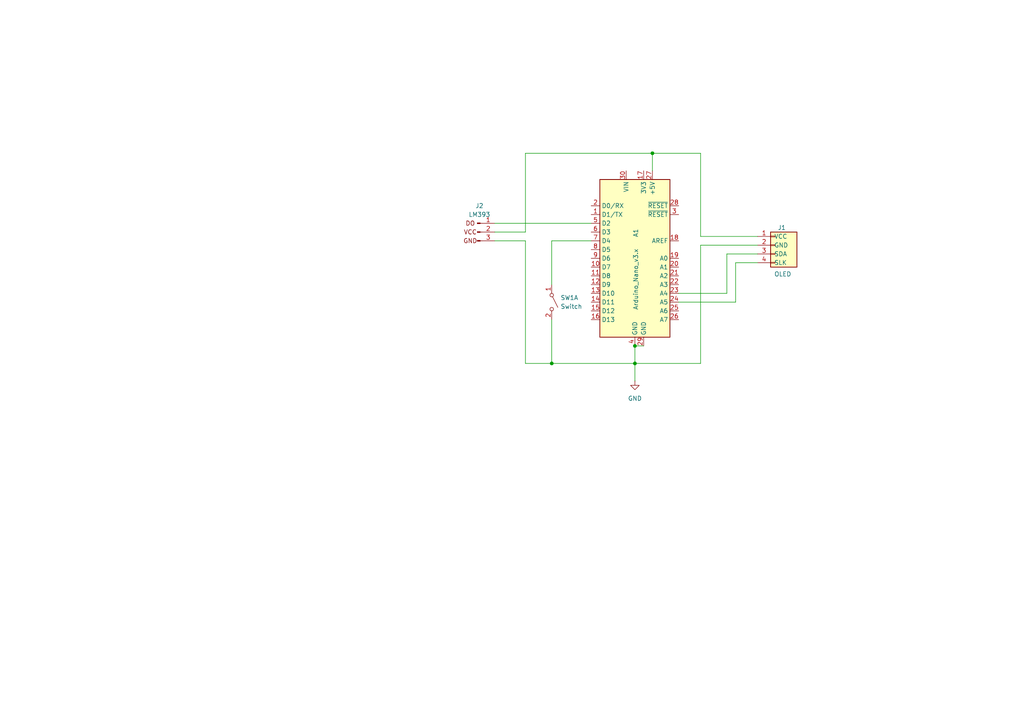
<source format=kicad_sch>
(kicad_sch (version 20250114) (generator "eeschema") (generator_version "9.0")
  (paper "A4")
  (lib_symbols
    (symbol "Connector:Conn_01x03_Pin" (pin_names (offset 1.016) (hide yes))
      (property "Reference" "J2" (at 0.635 7.62 0))
      (property "Value" "LM393" (at 0.635 5.08 0))
      (symbol "Conn_01x03_Pin_1_1"
        (rectangle (start 0.8636 2.667) (end 0 2.413) (stroke (width 0.1524)) (fill (type outline)))
        (rectangle (start 0.8636 0.127) (end 0 -0.127) (stroke (width 0.1524)) (fill (type outline)))
        (rectangle (start 0.8636 -2.413) (end 0 -2.667) (stroke (width 0.1524)) (fill (type outline)))
        (polyline (pts (xy 1.27 2.54) (xy 0.8636 2.54)) (stroke (width 0.1524)))
        (polyline (pts (xy 1.27 0) (xy 0.8636 0)) (stroke (width 0.1524)))
        (polyline (pts (xy 1.27 -2.54) (xy 0.8636 -2.54)) (stroke (width 0.1524)))
        (text "DO" (at -2.032 2.54 0) (effects (font (size 1.27 1.27))))
        (text "VCC" (at -2.032 0 0) (effects (font (size 1.27 1.27))))
        (text "GND" (at -2.032 -2.54 0) (effects (font (size 1.27 1.27))))
        (pin passive line (at 5.08 2.54 180) (length 3.81) (name "Pin_1") (number "1"))
        (pin passive line (at 5.08 0 180) (length 3.81) (name "Pin_2") (number "2"))
        (pin passive line (at 5.08 -2.54 180) (length 3.81) (name "Pin_3") (number "3"))
      )
    )
    (symbol "Connector_Generic:Conn_01x04" (pin_names (offset 1.016))
      (property "Reference" "J1" (at 0.762 5.08 0))
      (property "Value" "OLED" (at -0.254 -8.382 0))
      (symbol "Conn_01x04_1_1"
        (rectangle (start -1.27 3.81) (end 6.35 -6.35) (stroke (width 0.254)) (fill (type background)))
        (rectangle (start -1.27 2.667) (end 0 2.413) (stroke (width 0.1524)))
        (rectangle (start -1.27 0.127) (end 0 -0.127) (stroke (width 0.1524)))
        (rectangle (start -1.27 -2.413) (end 0 -2.667) (stroke (width 0.1524)))
        (rectangle (start -1.27 -4.953) (end 0 -5.207) (stroke (width 0.1524)))
        (pin input line (at -5.08 2.54 0) (length 3.81) (name "VCC") (number "1"))
        (pin input line (at -5.08 0 0) (length 3.81) (name "GND") (number "2"))
        (pin bidirectional line (at -5.08 -2.54 0) (length 3.81) (name "SDA") (number "3"))
        (pin bidirectional line (at -5.08 -5.08 0) (length 3.81) (name "SLK") (number "4"))
      )
    )
    (symbol "MCU_Module:Arduino_Nano_v3.x"
      (property "Reference" "A" (at -10.16 23.495 0))
      (property "Value" "Arduino_Nano_v3.x" (at 5.08 -24.13 0))
      (symbol "Arduino_Nano_v3.x_0_1"
        (rectangle (start -10.16 22.86) (end 10.16 -22.86) (stroke (width 0.254)) (fill (type background)))
      )
      (symbol "Arduino_Nano_v3.x_1_1"
        (pin bidirectional line (at -12.7 15.24 0) (length 2.54) (name "D0/RX") (number "2"))
        (pin bidirectional line (at -12.7 12.7 0) (length 2.54) (name "D1/TX") (number "1"))
        (pin bidirectional line (at -12.7 10.16 0) (length 2.54) (name "D2") (number "5"))
        (pin bidirectional line (at -12.7 7.62 0) (length 2.54) (name "D3") (number "6"))
        (pin bidirectional line (at -12.7 5.08 0) (length 2.54) (name "D4") (number "7"))
        (pin bidirectional line (at -12.7 2.54 0) (length 2.54) (name "D5") (number "8"))
        (pin bidirectional line (at -12.7 0 0) (length 2.54) (name "D6") (number "9"))
        (pin bidirectional line (at -12.7 -2.54 0) (length 2.54) (name "D7") (number "10"))
        (pin bidirectional line (at -12.7 -5.08 0) (length 2.54) (name "D8") (number "11"))
        (pin bidirectional line (at -12.7 -7.62 0) (length 2.54) (name "D9") (number "12"))
        (pin bidirectional line (at -12.7 -10.16 0) (length 2.54) (name "D10") (number "13"))
        (pin bidirectional line (at -12.7 -12.7 0) (length 2.54) (name "D11") (number "14"))
        (pin bidirectional line (at -12.7 -15.24 0) (length 2.54) (name "D12") (number "15"))
        (pin bidirectional line (at -12.7 -17.78 0) (length 2.54) (name "D13") (number "16"))
        (pin power_in line (at -2.54 25.4 270) (length 2.54) (name "VIN") (number "30"))
        (pin power_in line (at 0 -25.4 90) (length 2.54) (name "GND") (number "4"))
        (pin power_out line (at 2.54 25.4 270) (length 2.54) (name "3V3") (number "17"))
        (pin power_in line (at 2.54 -25.4 90) (length 2.54) (name "GND") (number "29"))
        (pin power_out line (at 5.08 25.4 270) (length 2.54) (name "+5V") (number "27"))
        (pin input line (at 12.7 15.24 180) (length 2.54) (name "~{RESET}") (number "28"))
        (pin input line (at 12.7 12.7 180) (length 2.54) (name "~{RESET}") (number "3"))
        (pin input line (at 12.7 5.08 180) (length 2.54) (name "AREF") (number "18"))
        (pin bidirectional line (at 12.7 0 180) (length 2.54) (name "A0") (number "19"))
        (pin bidirectional line (at 12.7 -2.54 180) (length 2.54) (name "A1") (number "20"))
        (pin bidirectional line (at 12.7 -5.08 180) (length 2.54) (name "A2") (number "21"))
        (pin bidirectional line (at 12.7 -7.62 180) (length 2.54) (name "A3") (number "22"))
        (pin bidirectional line (at 12.7 -10.16 180) (length 2.54) (name "A4") (number "23"))
        (pin bidirectional line (at 12.7 -12.7 180) (length 2.54) (name "A5") (number "24"))
        (pin bidirectional line (at 12.7 -15.24 180) (length 2.54) (name "A6") (number "25"))
        (pin bidirectional line (at 12.7 -17.78 180) (length 2.54) (name "A7") (number "26"))
      )
    )
    (symbol "Switch:SW_DPST_x2" (pin_names (offset 0) (hide yes))
      (property "Reference" "SW" (at 0 3.175 0))
      (property "Value" "SW_DPST_x2" (at 0 -2.54 0))
      (symbol "SW_DPST_x2_0_0"
        (circle (center -2.032 0) (radius 0.508))
        (polyline (pts (xy -1.524 0.254) (xy 1.524 1.778)))
        (circle (center 2.032 0) (radius 0.508))
      )
      (symbol "SW_DPST_x2_1_1"
        (pin passive line (at -5.08 0 0) (length 2.54) (name "A") (number "1"))
        (pin passive line (at 5.08 0 180) (length 2.54) (name "B") (number "2"))
      )
      (symbol "SW_DPST_x2_2_1"
        (pin passive line (at -5.08 0 0) (length 2.54) (name "A") (number "3"))
        (pin passive line (at 5.08 0 180) (length 2.54) (name "B") (number "4"))
      )
    )
    (symbol "power:GND" (power) (pin_numbers (hide yes)) (pin_names (offset 0) (hide yes))
      (property "Value" "GND" (at 0 -3.81 0))
      (symbol "GND_0_1"
        (polyline (pts (xy 0 0) (xy 0 -1.27) (xy 1.27 -1.27) (xy 0 -2.54) (xy -1.27 -1.27) (xy 0 -1.27)))
      )
      (symbol "GND_1_1"
        (pin power_in line (at 0 0 270) (length 0) (name "~") (number "1"))
      )
    )
  )
  (junction (at 184.15 105.41))
  (junction (at 189.23 44.45))
  (junction (at 160.02 105.41))
  (junction (at 184.15 100.33))
  (wire (pts (xy 219.71 71.12) (xy 203.2 71.12)))
  (wire (pts (xy 203.2 105.41) (xy 184.15 105.41)))
  (wire (pts (xy 189.23 44.45) (xy 152.4 44.45)))
  (wire (pts (xy 186.69 100.33) (xy 184.15 100.33)))
  (wire (pts (xy 213.36 76.2) (xy 213.36 87.63)))
  (wire (pts (xy 152.4 44.45) (xy 152.4 67.31)))
  (wire (pts (xy 189.23 44.45) (xy 203.2 44.45)))
  (wire (pts (xy 213.36 76.2) (xy 219.71 76.2)))
  (wire (pts (xy 152.4 105.41) (xy 160.02 105.41)))
  (wire (pts (xy 160.02 69.85) (xy 160.02 82.55)))
  (wire (pts (xy 143.51 67.31) (xy 152.4 67.31)))
  (wire (pts (xy 203.2 68.58) (xy 219.71 68.58)))
  (wire (pts (xy 196.85 85.09) (xy 210.82 85.09)))
  (wire (pts (xy 210.82 73.66) (xy 219.71 73.66)))
  (wire (pts (xy 143.51 64.77) (xy 171.45 64.77)))
  (wire (pts (xy 203.2 44.45) (xy 203.2 68.58)))
  (wire (pts (xy 160.02 69.85) (xy 171.45 69.85)))
  (wire (pts (xy 160.02 105.41) (xy 184.15 105.41)))
  (wire (pts (xy 189.23 44.45) (xy 189.23 49.53)))
  (wire (pts (xy 184.15 100.33) (xy 184.15 105.41)))
  (wire (pts (xy 210.82 73.66) (xy 210.82 85.09)))
  (wire (pts (xy 184.15 105.41) (xy 184.15 110.49)))
  (wire (pts (xy 160.02 92.71) (xy 160.02 105.41)))
  (wire (pts (xy 196.85 87.63) (xy 213.36 87.63)))
  (wire (pts (xy 152.4 69.85) (xy 152.4 105.41)))
  (wire (pts (xy 203.2 71.12) (xy 203.2 105.41)))
  (wire (pts (xy 143.51 69.85) (xy 152.4 69.85)))
  (symbol (lib_id "Connector_Generic:Conn_01x04") (at 224.79 71.12 0) (unit 1)
    (property "Reference" "J1" (at 225.552 66.04 0) (effects (justify left)))
    (property "Value" "OLED" (at 224.536 79.502 0) (effects (justify left)))
    (property "Footprint" "Resistor_THT:R_Array_SIP4" (effects (hide yes)))
    (property "Description" "Generic connector, single row, 01x04, script generated (kicad-library-utils/schlib/autogen/connector/)" (effects (hide yes)))
  )
  (symbol (lib_id "Switch:SW_DPST_x2") (at 160.02 87.63 270) (unit 1)
    (property "Reference" "SW1" (at 162.56 86.3599 90) (effects (justify left)))
    (property "Value" "Switch" (at 162.56 88.8999 90) (effects (justify left)))
    (property "Description" "Single Pole Single Throw (SPST) switch, separate symbol" (effects (hide yes)))
  )
  (symbol (lib_id "MCU_Module:Arduino_Nano_v3.x") (at 184.15 74.93 0) (unit 1)
    (property "Reference" "A1" (at 184.404 68.834 90) (effects (justify left)))
    (property "Value" "Arduino_Nano_v3.x" (at 184.404 89.916 90) (effects (justify left)))
    (property "Footprint" "Module:Arduino_Nano" (effects (hide yes)))
    (property "Datasheet" "http://www.mouser.com/pdfdocs/Gravitech_Arduino_Nano3_0.pdf" (effects (hide yes)))
    (property "Description" "Arduino Nano v3.x" (effects (hide yes)))
  )
  (symbol (lib_id "power:GND") (at 184.15 110.49 0) (unit 1)
    (property "Reference" "#PWR05" (effects (hide yes)))
    (property "Value" "GND" (at 184.15 115.57 0))
    (property "Description" "Power symbol creates a global label with name \"GND\" , ground" (effects (hide yes)))
  )
  (symbol (lib_id "Connector:Conn_01x03_Pin") (at 138.43 67.31 0) (unit 1)
    (property "Reference" "J2" (at 139.065 59.69 0))
    (property "Value" "LM393" (at 139.065 62.23 0))
    (property "Description" "Generic connector, single row, 01x03, script generated" (effects (hide yes)))
  )
)
</source>
